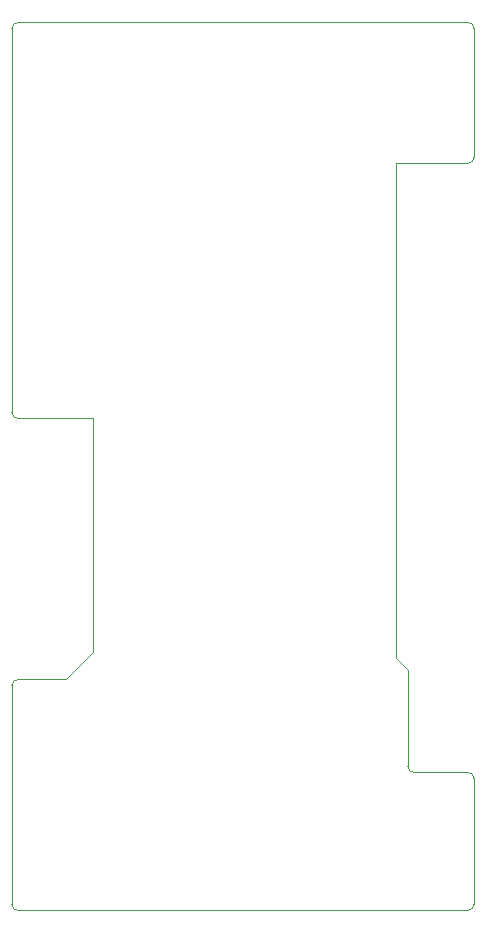
<source format=gbr>
%TF.GenerationSoftware,KiCad,Pcbnew,7.0.10*%
%TF.CreationDate,2024-01-29T09:08:01-07:00*%
%TF.ProjectId,AMPE32T30,414d5045-3332-4543-9330-2e6b69636164,rev?*%
%TF.SameCoordinates,PX76efc10PY5962530*%
%TF.FileFunction,Profile,NP*%
%FSLAX46Y46*%
G04 Gerber Fmt 4.6, Leading zero omitted, Abs format (unit mm)*
G04 Created by KiCad (PCBNEW 7.0.10) date 2024-01-29 09:08:01*
%MOMM*%
%LPD*%
G01*
G04 APERTURE LIST*
%TA.AperFunction,Profile*%
%ADD10C,0.050000*%
%TD*%
G04 APERTURE END LIST*
D10*
X32512000Y21336000D02*
X33528000Y20320000D01*
X38608000Y63246000D02*
X32512000Y63246000D01*
X39116000Y74676000D02*
G75*
G03*
X38608000Y75184000I-508000J0D01*
G01*
X32512000Y21336000D02*
X32512000Y63246000D01*
X38608000Y63246000D02*
G75*
G03*
X39116000Y63754000I0J508000D01*
G01*
X34036000Y11684000D02*
X38608000Y11684000D01*
X39116000Y11176000D02*
X39116000Y508000D01*
X508000Y75184000D02*
X38608000Y75184000D01*
X6858000Y21844000D02*
X4572000Y19558000D01*
X6858000Y41656000D02*
X6858000Y21844000D01*
X0Y508000D02*
G75*
G03*
X508000Y0I508000J0D01*
G01*
X508000Y19558000D02*
X4572000Y19558000D01*
X39116000Y74676000D02*
X39116000Y63754000D01*
X0Y42164000D02*
G75*
G03*
X508000Y41656000I508000J0D01*
G01*
X0Y19050000D02*
X0Y508000D01*
X508000Y75184000D02*
G75*
G03*
X0Y74676000I0J-508000D01*
G01*
X38608000Y0D02*
X508000Y0D01*
X33528000Y12192000D02*
G75*
G03*
X34036000Y11684000I508000J0D01*
G01*
X38608000Y0D02*
G75*
G03*
X39116000Y508000I0J508000D01*
G01*
X39116000Y11176000D02*
G75*
G03*
X38608000Y11684000I-508000J0D01*
G01*
X33528000Y20320000D02*
X33528000Y12192000D01*
X0Y42164000D02*
X0Y74676000D01*
X508000Y41656000D02*
X6858000Y41656000D01*
X508000Y19558000D02*
G75*
G03*
X0Y19050000I0J-508000D01*
G01*
M02*

</source>
